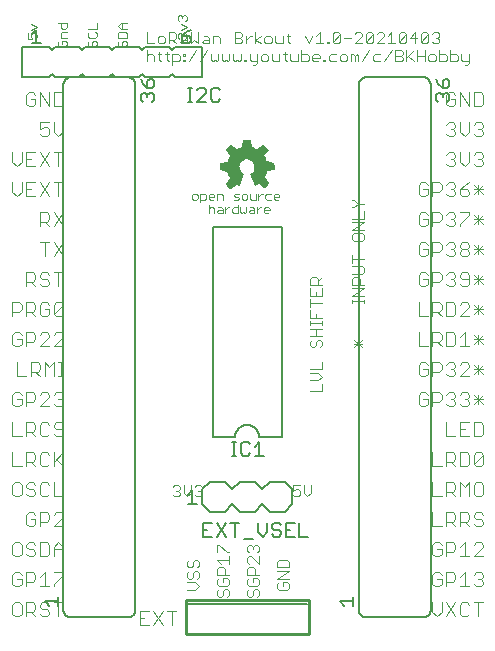
<source format=gbr>
G04 EAGLE Gerber RS-274X export*
G75*
%MOMM*%
%FSLAX34Y34*%
%LPD*%
%INSilkscreen Top*%
%IPPOS*%
%AMOC8*
5,1,8,0,0,1.08239X$1,22.5*%
G01*
%ADD10C,0.076200*%
%ADD11C,0.101600*%
%ADD12C,0.152400*%
%ADD13C,0.127000*%
%ADD14C,0.050800*%
%ADD15C,0.254000*%

G36*
X366919Y502169D02*
X366919Y502169D01*
X366972Y502168D01*
X366995Y502179D01*
X367006Y502181D01*
X367016Y502189D01*
X367046Y502203D01*
X372127Y505673D01*
X374914Y504219D01*
X374947Y504213D01*
X374977Y504197D01*
X375015Y504199D01*
X375052Y504192D01*
X375084Y504204D01*
X375117Y504206D01*
X375148Y504228D01*
X375184Y504242D01*
X375204Y504269D01*
X375231Y504289D01*
X375264Y504350D01*
X375268Y504355D01*
X375268Y504357D01*
X375270Y504360D01*
X378826Y514520D01*
X378830Y514590D01*
X378834Y514660D01*
X378834Y514661D01*
X378800Y514721D01*
X378766Y514783D01*
X378765Y514784D01*
X378763Y514785D01*
X378700Y514830D01*
X377462Y515450D01*
X376407Y516303D01*
X376248Y516501D01*
X375558Y517362D01*
X374956Y518578D01*
X374629Y519895D01*
X374591Y521252D01*
X374844Y522585D01*
X375377Y523833D01*
X376165Y524938D01*
X377171Y525849D01*
X378349Y526523D01*
X379643Y526930D01*
X380996Y527049D01*
X382304Y526889D01*
X383552Y526465D01*
X384688Y525795D01*
X385664Y524907D01*
X386437Y523840D01*
X386977Y522637D01*
X387261Y521349D01*
X387275Y520031D01*
X387021Y518737D01*
X386508Y517522D01*
X385758Y516437D01*
X384803Y515528D01*
X383661Y514819D01*
X383618Y514772D01*
X383573Y514727D01*
X383571Y514720D01*
X383566Y514715D01*
X383555Y514652D01*
X383541Y514590D01*
X383543Y514581D01*
X383542Y514576D01*
X383546Y514566D01*
X383559Y514510D01*
X387496Y504604D01*
X387507Y504590D01*
X387511Y504573D01*
X387549Y504536D01*
X387582Y504493D01*
X387599Y504487D01*
X387612Y504475D01*
X387664Y504464D01*
X387715Y504445D01*
X387732Y504449D01*
X387749Y504445D01*
X387828Y504464D01*
X389352Y505099D01*
X389362Y505107D01*
X389395Y505122D01*
X390776Y506042D01*
X395714Y502586D01*
X395767Y502568D01*
X395817Y502543D01*
X395832Y502545D01*
X395847Y502540D01*
X395901Y502553D01*
X395957Y502559D01*
X395975Y502571D01*
X395984Y502573D01*
X395993Y502582D01*
X396026Y502602D01*
X397042Y503491D01*
X397045Y503496D01*
X397054Y503503D01*
X397943Y504392D01*
X397946Y504396D01*
X397953Y504403D01*
X398969Y505546D01*
X398972Y505551D01*
X398980Y505559D01*
X399869Y506702D01*
X399887Y506746D01*
X399912Y506787D01*
X399912Y506810D01*
X399921Y506832D01*
X399912Y506880D01*
X399912Y506928D01*
X399897Y506959D01*
X399895Y506971D01*
X399888Y506979D01*
X399877Y507001D01*
X396286Y512202D01*
X397094Y513587D01*
X397097Y513600D01*
X397115Y513635D01*
X397623Y515159D01*
X397624Y515166D01*
X397629Y515178D01*
X398097Y517051D01*
X404160Y518165D01*
X404216Y518193D01*
X404274Y518218D01*
X404279Y518224D01*
X404286Y518228D01*
X404319Y518282D01*
X404354Y518334D01*
X404356Y518344D01*
X404359Y518349D01*
X404358Y518360D01*
X404367Y518414D01*
X404367Y521335D01*
X404365Y521342D01*
X404366Y521358D01*
X404239Y522755D01*
X404239Y522756D01*
X404239Y522757D01*
X404112Y524027D01*
X404093Y524075D01*
X404082Y524124D01*
X404067Y524139D01*
X404060Y524158D01*
X404018Y524188D01*
X403982Y524224D01*
X403955Y524234D01*
X403945Y524240D01*
X403934Y524241D01*
X403906Y524251D01*
X397834Y525366D01*
X397371Y526870D01*
X397366Y526879D01*
X397360Y526901D01*
X396725Y528298D01*
X396719Y528304D01*
X396713Y528321D01*
X395828Y529838D01*
X395773Y529948D01*
X399240Y534776D01*
X399257Y534825D01*
X399282Y534871D01*
X399280Y534891D01*
X399287Y534909D01*
X399275Y534960D01*
X399272Y535011D01*
X399258Y535035D01*
X399256Y535047D01*
X399247Y535055D01*
X399232Y535082D01*
X398216Y536352D01*
X398208Y536357D01*
X398197Y536373D01*
X396927Y537643D01*
X396922Y537646D01*
X396915Y537655D01*
X395899Y538544D01*
X395891Y538547D01*
X395879Y538559D01*
X394990Y539194D01*
X394948Y539209D01*
X394911Y539232D01*
X394883Y539232D01*
X394857Y539241D01*
X394814Y539231D01*
X394770Y539230D01*
X394732Y539212D01*
X394720Y539209D01*
X394714Y539203D01*
X394697Y539195D01*
X389620Y535604D01*
X388616Y536161D01*
X388609Y536163D01*
X388596Y536171D01*
X386310Y537187D01*
X386297Y537189D01*
X386262Y537203D01*
X385283Y537421D01*
X384170Y543479D01*
X384146Y543526D01*
X384130Y543576D01*
X384115Y543588D01*
X384107Y543605D01*
X384062Y543632D01*
X384021Y543666D01*
X383996Y543672D01*
X383986Y543678D01*
X383974Y543677D01*
X383942Y543685D01*
X382418Y543812D01*
X382411Y543811D01*
X382397Y543813D01*
X379476Y543813D01*
X379468Y543811D01*
X379451Y543812D01*
X378181Y543685D01*
X378132Y543665D01*
X378080Y543653D01*
X378067Y543639D01*
X378050Y543633D01*
X378019Y543590D01*
X377982Y543552D01*
X377974Y543527D01*
X377968Y543518D01*
X377967Y543506D01*
X377956Y543475D01*
X376965Y537529D01*
X375205Y536942D01*
X375201Y536939D01*
X375191Y536937D01*
X373921Y536429D01*
X373913Y536423D01*
X373889Y536414D01*
X372253Y535479D01*
X367306Y539066D01*
X367258Y539083D01*
X367213Y539108D01*
X367193Y539107D01*
X367173Y539114D01*
X367123Y539103D01*
X367073Y539100D01*
X367047Y539086D01*
X367035Y539083D01*
X367027Y539075D01*
X367002Y539061D01*
X365859Y538172D01*
X365853Y538164D01*
X365835Y538151D01*
X364565Y536881D01*
X364562Y536877D01*
X364555Y536870D01*
X363543Y535733D01*
X362914Y535103D01*
X362884Y535048D01*
X362850Y534996D01*
X362850Y534987D01*
X362846Y534980D01*
X362850Y534917D01*
X362849Y534855D01*
X362854Y534845D01*
X362854Y534839D01*
X362861Y534830D01*
X362884Y534781D01*
X366348Y529708D01*
X365670Y528577D01*
X365668Y528569D01*
X365657Y528553D01*
X364895Y526902D01*
X364893Y526890D01*
X364881Y526863D01*
X364504Y525483D01*
X364185Y524738D01*
X358099Y523744D01*
X358040Y523716D01*
X357980Y523690D01*
X357977Y523686D01*
X357972Y523683D01*
X357937Y523628D01*
X357900Y523574D01*
X357899Y523567D01*
X357897Y523564D01*
X357897Y523555D01*
X357887Y523494D01*
X357887Y517906D01*
X357905Y517843D01*
X357921Y517780D01*
X357924Y517776D01*
X357926Y517771D01*
X357975Y517727D01*
X358022Y517682D01*
X358029Y517680D01*
X358031Y517677D01*
X358040Y517676D01*
X358099Y517656D01*
X364164Y516666D01*
X364628Y515042D01*
X364628Y515041D01*
X364628Y515039D01*
X365009Y513769D01*
X365016Y513759D01*
X365026Y513729D01*
X365534Y512713D01*
X365537Y512709D01*
X365541Y512698D01*
X366347Y511317D01*
X362761Y506371D01*
X362741Y506315D01*
X362716Y506262D01*
X362718Y506250D01*
X362713Y506238D01*
X362725Y506184D01*
X362725Y506180D01*
X362727Y506175D01*
X362733Y506122D01*
X362742Y506108D01*
X362744Y506100D01*
X362753Y506091D01*
X362777Y506054D01*
X363793Y504911D01*
X363797Y504908D01*
X363803Y504900D01*
X364692Y504011D01*
X364696Y504008D01*
X364703Y504001D01*
X365846Y502985D01*
X365847Y502984D01*
X365849Y502982D01*
X366738Y502220D01*
X366787Y502198D01*
X366831Y502169D01*
X366850Y502169D01*
X366866Y502161D01*
X366919Y502169D01*
G37*
D10*
X295903Y634627D02*
X295903Y625221D01*
X302173Y625221D01*
X306826Y625221D02*
X309961Y625221D01*
X311529Y626789D01*
X311529Y629924D01*
X309961Y631492D01*
X306826Y631492D01*
X305258Y629924D01*
X305258Y626789D01*
X306826Y625221D01*
X314613Y625221D02*
X314613Y634627D01*
X319316Y634627D01*
X320884Y633059D01*
X320884Y629924D01*
X319316Y628356D01*
X314613Y628356D01*
X317748Y628356D02*
X320884Y625221D01*
X325536Y631492D02*
X328671Y631492D01*
X330239Y629924D01*
X330239Y625221D01*
X325536Y625221D01*
X323968Y626789D01*
X325536Y628356D01*
X330239Y628356D01*
X333324Y625221D02*
X333324Y634627D01*
X336459Y628356D02*
X333324Y625221D01*
X336459Y628356D02*
X339594Y625221D01*
X339594Y634627D01*
X344246Y631492D02*
X347382Y631492D01*
X348949Y629924D01*
X348949Y625221D01*
X344246Y625221D01*
X342679Y626789D01*
X344246Y628356D01*
X348949Y628356D01*
X352034Y625221D02*
X352034Y631492D01*
X356737Y631492D01*
X358305Y629924D01*
X358305Y625221D01*
X370744Y625221D02*
X370744Y634627D01*
X375447Y634627D01*
X377015Y633059D01*
X377015Y631492D01*
X375447Y629924D01*
X377015Y628356D01*
X377015Y626789D01*
X375447Y625221D01*
X370744Y625221D01*
X370744Y629924D02*
X375447Y629924D01*
X380099Y631492D02*
X380099Y625221D01*
X380099Y628356D02*
X383235Y631492D01*
X384802Y631492D01*
X387895Y634627D02*
X387895Y625221D01*
X387895Y628356D02*
X392598Y625221D01*
X387895Y628356D02*
X392598Y631492D01*
X397259Y625221D02*
X400394Y625221D01*
X401962Y626789D01*
X401962Y629924D01*
X400394Y631492D01*
X397259Y631492D01*
X395691Y629924D01*
X395691Y626789D01*
X397259Y625221D01*
X405047Y626789D02*
X405047Y631492D01*
X405047Y626789D02*
X406614Y625221D01*
X411317Y625221D01*
X411317Y631492D01*
X415969Y633059D02*
X415969Y626789D01*
X417537Y625221D01*
X417537Y631492D02*
X414402Y631492D01*
X429994Y631492D02*
X433129Y625221D01*
X436264Y631492D01*
X439349Y631492D02*
X442484Y634627D01*
X442484Y625221D01*
X439349Y625221D02*
X445620Y625221D01*
X448704Y625221D02*
X448704Y626789D01*
X450272Y626789D01*
X450272Y625221D01*
X448704Y625221D01*
X453382Y626789D02*
X453382Y633059D01*
X454949Y634627D01*
X458085Y634627D01*
X459652Y633059D01*
X459652Y626789D01*
X458085Y625221D01*
X454949Y625221D01*
X453382Y626789D01*
X459652Y633059D01*
X462737Y629924D02*
X469008Y629924D01*
X472092Y625221D02*
X478363Y625221D01*
X472092Y625221D02*
X478363Y631492D01*
X478363Y633059D01*
X476795Y634627D01*
X473660Y634627D01*
X472092Y633059D01*
X481447Y633059D02*
X481447Y626789D01*
X481447Y633059D02*
X483015Y634627D01*
X486150Y634627D01*
X487718Y633059D01*
X487718Y626789D01*
X486150Y625221D01*
X483015Y625221D01*
X481447Y626789D01*
X487718Y633059D01*
X490802Y625221D02*
X497073Y625221D01*
X490802Y625221D02*
X497073Y631492D01*
X497073Y633059D01*
X495505Y634627D01*
X492370Y634627D01*
X490802Y633059D01*
X500158Y631492D02*
X503293Y634627D01*
X503293Y625221D01*
X500158Y625221D02*
X506428Y625221D01*
X509513Y626789D02*
X509513Y633059D01*
X511080Y634627D01*
X514216Y634627D01*
X515784Y633059D01*
X515784Y626789D01*
X514216Y625221D01*
X511080Y625221D01*
X509513Y626789D01*
X515784Y633059D01*
X523571Y634627D02*
X523571Y625221D01*
X518868Y629924D02*
X523571Y634627D01*
X525139Y629924D02*
X518868Y629924D01*
X528223Y626789D02*
X528223Y633059D01*
X529791Y634627D01*
X532926Y634627D01*
X534494Y633059D01*
X534494Y626789D01*
X532926Y625221D01*
X529791Y625221D01*
X528223Y626789D01*
X534494Y633059D01*
X537578Y633059D02*
X539146Y634627D01*
X542281Y634627D01*
X543849Y633059D01*
X543849Y631492D01*
X542281Y629924D01*
X540714Y629924D01*
X542281Y629924D02*
X543849Y628356D01*
X543849Y626789D01*
X542281Y625221D01*
X539146Y625221D01*
X537578Y626789D01*
X295903Y619387D02*
X295903Y609981D01*
X295903Y614684D02*
X297470Y616252D01*
X300606Y616252D01*
X302173Y614684D01*
X302173Y609981D01*
X306826Y611549D02*
X306826Y617819D01*
X306826Y611549D02*
X308393Y609981D01*
X308393Y616252D02*
X305258Y616252D01*
X313062Y617819D02*
X313062Y611549D01*
X314630Y609981D01*
X314630Y616252D02*
X311495Y616252D01*
X317732Y616252D02*
X317732Y606846D01*
X317732Y616252D02*
X322435Y616252D01*
X324002Y614684D01*
X324002Y611549D01*
X322435Y609981D01*
X317732Y609981D01*
X327087Y616252D02*
X328654Y616252D01*
X328654Y614684D01*
X327087Y614684D01*
X327087Y616252D01*
X327087Y611549D02*
X328654Y611549D01*
X328654Y609981D01*
X327087Y609981D01*
X327087Y611549D01*
X331764Y609981D02*
X338035Y619387D01*
X347390Y619387D02*
X341119Y609981D01*
X350475Y611549D02*
X350475Y616252D01*
X350475Y611549D02*
X352042Y609981D01*
X353610Y611549D01*
X355178Y609981D01*
X356745Y611549D01*
X356745Y616252D01*
X359830Y616252D02*
X359830Y611549D01*
X361398Y609981D01*
X362965Y611549D01*
X364533Y609981D01*
X366101Y611549D01*
X366101Y616252D01*
X369185Y616252D02*
X369185Y611549D01*
X370753Y609981D01*
X372320Y611549D01*
X373888Y609981D01*
X375456Y611549D01*
X375456Y616252D01*
X378540Y611549D02*
X378540Y609981D01*
X378540Y611549D02*
X380108Y611549D01*
X380108Y609981D01*
X378540Y609981D01*
X383218Y611549D02*
X383218Y616252D01*
X383218Y611549D02*
X384785Y609981D01*
X389489Y609981D01*
X389489Y608413D02*
X389489Y616252D01*
X389489Y608413D02*
X387921Y606846D01*
X386353Y606846D01*
X394141Y609981D02*
X397276Y609981D01*
X398844Y611549D01*
X398844Y614684D01*
X397276Y616252D01*
X394141Y616252D01*
X392573Y614684D01*
X392573Y611549D01*
X394141Y609981D01*
X401928Y611549D02*
X401928Y616252D01*
X401928Y611549D02*
X403496Y609981D01*
X408199Y609981D01*
X408199Y616252D01*
X412851Y617819D02*
X412851Y611549D01*
X414419Y609981D01*
X414419Y616252D02*
X411283Y616252D01*
X417520Y616252D02*
X417520Y611549D01*
X419088Y609981D01*
X423791Y609981D01*
X423791Y616252D01*
X426875Y619387D02*
X426875Y609981D01*
X431578Y609981D01*
X433146Y611549D01*
X433146Y614684D01*
X431578Y616252D01*
X426875Y616252D01*
X437798Y609981D02*
X440934Y609981D01*
X437798Y609981D02*
X436231Y611549D01*
X436231Y614684D01*
X437798Y616252D01*
X440934Y616252D01*
X442501Y614684D01*
X442501Y613116D01*
X436231Y613116D01*
X445586Y611549D02*
X445586Y609981D01*
X445586Y611549D02*
X447153Y611549D01*
X447153Y609981D01*
X445586Y609981D01*
X451831Y616252D02*
X456534Y616252D01*
X451831Y616252D02*
X450263Y614684D01*
X450263Y611549D01*
X451831Y609981D01*
X456534Y609981D01*
X461186Y609981D02*
X464322Y609981D01*
X465889Y611549D01*
X465889Y614684D01*
X464322Y616252D01*
X461186Y616252D01*
X459619Y614684D01*
X459619Y611549D01*
X461186Y609981D01*
X468974Y609981D02*
X468974Y616252D01*
X470541Y616252D01*
X472109Y614684D01*
X472109Y609981D01*
X472109Y614684D02*
X473677Y616252D01*
X475244Y614684D01*
X475244Y609981D01*
X478329Y609981D02*
X484600Y619387D01*
X489252Y616252D02*
X493955Y616252D01*
X489252Y616252D02*
X487684Y614684D01*
X487684Y611549D01*
X489252Y609981D01*
X493955Y609981D01*
X497039Y609981D02*
X503310Y619387D01*
X506394Y619387D02*
X506394Y609981D01*
X506394Y619387D02*
X511097Y619387D01*
X512665Y617819D01*
X512665Y616252D01*
X511097Y614684D01*
X512665Y613116D01*
X512665Y611549D01*
X511097Y609981D01*
X506394Y609981D01*
X506394Y614684D02*
X511097Y614684D01*
X515750Y619387D02*
X515750Y609981D01*
X515750Y613116D02*
X522020Y619387D01*
X517317Y614684D02*
X522020Y609981D01*
X525105Y609981D02*
X525105Y619387D01*
X525105Y614684D02*
X531376Y614684D01*
X531376Y619387D02*
X531376Y609981D01*
X536028Y609981D02*
X539163Y609981D01*
X540731Y611549D01*
X540731Y614684D01*
X539163Y616252D01*
X536028Y616252D01*
X534460Y614684D01*
X534460Y611549D01*
X536028Y609981D01*
X543815Y609981D02*
X543815Y619387D01*
X543815Y609981D02*
X548518Y609981D01*
X550086Y611549D01*
X550086Y614684D01*
X548518Y616252D01*
X543815Y616252D01*
X553170Y619387D02*
X553170Y609981D01*
X557873Y609981D01*
X559441Y611549D01*
X559441Y614684D01*
X557873Y616252D01*
X553170Y616252D01*
X562526Y616252D02*
X562526Y611549D01*
X564093Y609981D01*
X568796Y609981D01*
X568796Y608413D02*
X568796Y616252D01*
X568796Y608413D02*
X567229Y606846D01*
X565661Y606846D01*
X444119Y330581D02*
X434713Y330581D01*
X444119Y330581D02*
X444119Y336852D01*
X440984Y339936D02*
X434713Y339936D01*
X440984Y339936D02*
X444119Y343072D01*
X440984Y346207D01*
X434713Y346207D01*
X434713Y349291D02*
X444119Y349291D01*
X444119Y355562D01*
X434713Y372705D02*
X436281Y374272D01*
X434713Y372705D02*
X434713Y369569D01*
X436281Y368002D01*
X437848Y368002D01*
X439416Y369569D01*
X439416Y372705D01*
X440984Y374272D01*
X442551Y374272D01*
X444119Y372705D01*
X444119Y369569D01*
X442551Y368002D01*
X444119Y377357D02*
X434713Y377357D01*
X439416Y377357D02*
X439416Y383628D01*
X434713Y383628D02*
X444119Y383628D01*
X444119Y386712D02*
X444119Y389847D01*
X444119Y388280D02*
X434713Y388280D01*
X434713Y389847D02*
X434713Y386712D01*
X434713Y392949D02*
X444119Y392949D01*
X434713Y392949D02*
X434713Y399220D01*
X439416Y396084D02*
X439416Y392949D01*
X444119Y405439D02*
X434713Y405439D01*
X434713Y402304D02*
X434713Y408575D01*
X434713Y411659D02*
X434713Y417930D01*
X434713Y411659D02*
X444119Y411659D01*
X444119Y417930D01*
X439416Y414795D02*
X439416Y411659D01*
X444119Y421014D02*
X434713Y421014D01*
X434713Y425717D01*
X436281Y427285D01*
X439416Y427285D01*
X440984Y425717D01*
X440984Y421014D01*
X440984Y424150D02*
X444119Y427285D01*
X222075Y627596D02*
X220847Y626367D01*
X220847Y623910D01*
X222075Y622681D01*
X226990Y622681D01*
X228219Y623910D01*
X228219Y626367D01*
X226990Y627596D01*
X224533Y627596D01*
X224533Y625138D01*
X223304Y630165D02*
X228219Y630165D01*
X223304Y630165D02*
X223304Y633851D01*
X224533Y635080D01*
X228219Y635080D01*
X228219Y642564D02*
X220847Y642564D01*
X228219Y642564D02*
X228219Y638878D01*
X226990Y637649D01*
X224533Y637649D01*
X223304Y638878D01*
X223304Y642564D01*
X246247Y626367D02*
X247475Y627596D01*
X246247Y626367D02*
X246247Y623910D01*
X247475Y622681D01*
X248704Y622681D01*
X249933Y623910D01*
X249933Y626367D01*
X251162Y627596D01*
X252390Y627596D01*
X253619Y626367D01*
X253619Y623910D01*
X252390Y622681D01*
X246247Y633851D02*
X247475Y635080D01*
X246247Y633851D02*
X246247Y631394D01*
X247475Y630165D01*
X252390Y630165D01*
X253619Y631394D01*
X253619Y633851D01*
X252390Y635080D01*
X253619Y637649D02*
X246247Y637649D01*
X253619Y637649D02*
X253619Y642564D01*
X271647Y626367D02*
X272875Y627596D01*
X271647Y626367D02*
X271647Y623910D01*
X272875Y622681D01*
X274104Y622681D01*
X275333Y623910D01*
X275333Y626367D01*
X276562Y627596D01*
X277790Y627596D01*
X279019Y626367D01*
X279019Y623910D01*
X277790Y622681D01*
X279019Y630165D02*
X271647Y630165D01*
X279019Y630165D02*
X279019Y633851D01*
X277790Y635080D01*
X272875Y635080D01*
X271647Y633851D01*
X271647Y630165D01*
X274104Y637649D02*
X279019Y637649D01*
X274104Y637649D02*
X271647Y640107D01*
X274104Y642564D01*
X279019Y642564D01*
X275333Y642564D02*
X275333Y637649D01*
X195447Y633946D02*
X195447Y629031D01*
X199133Y629031D01*
X197904Y631488D01*
X197904Y632717D01*
X199133Y633946D01*
X201590Y633946D01*
X202819Y632717D01*
X202819Y630260D01*
X201590Y629031D01*
X197904Y636515D02*
X202819Y638973D01*
X197904Y641430D01*
X322447Y630260D02*
X323675Y629031D01*
X322447Y630260D02*
X322447Y632717D01*
X323675Y633946D01*
X324904Y633946D01*
X326133Y632717D01*
X326133Y631488D01*
X326133Y632717D02*
X327362Y633946D01*
X328590Y633946D01*
X329819Y632717D01*
X329819Y630260D01*
X328590Y629031D01*
X324904Y636515D02*
X329819Y638973D01*
X324904Y641430D01*
X323675Y643999D02*
X322447Y645228D01*
X322447Y647685D01*
X323675Y648914D01*
X324904Y648914D01*
X326133Y647685D01*
X326133Y646457D01*
X326133Y647685D02*
X327362Y648914D01*
X328590Y648914D01*
X329819Y647685D01*
X329819Y645228D01*
X328590Y643999D01*
D11*
X201822Y581753D02*
X199873Y583702D01*
X195975Y583702D01*
X194026Y581753D01*
X194026Y573957D01*
X195975Y572008D01*
X199873Y572008D01*
X201822Y573957D01*
X201822Y577855D01*
X197924Y577855D01*
X205720Y572008D02*
X205720Y583702D01*
X213516Y572008D01*
X213516Y583702D01*
X217414Y583702D02*
X217414Y572008D01*
X223261Y572008D01*
X225210Y573957D01*
X225210Y581753D01*
X223261Y583702D01*
X217414Y583702D01*
X555473Y583702D02*
X557422Y581753D01*
X555473Y583702D02*
X551575Y583702D01*
X549626Y581753D01*
X549626Y573957D01*
X551575Y572008D01*
X555473Y572008D01*
X557422Y573957D01*
X557422Y577855D01*
X553524Y577855D01*
X561320Y572008D02*
X561320Y583702D01*
X569116Y572008D01*
X569116Y583702D01*
X573014Y583702D02*
X573014Y572008D01*
X578861Y572008D01*
X580810Y573957D01*
X580810Y581753D01*
X578861Y583702D01*
X573014Y583702D01*
X551575Y558302D02*
X549626Y556353D01*
X551575Y558302D02*
X555473Y558302D01*
X557422Y556353D01*
X557422Y554404D01*
X555473Y552455D01*
X553524Y552455D01*
X555473Y552455D02*
X557422Y550506D01*
X557422Y548557D01*
X555473Y546608D01*
X551575Y546608D01*
X549626Y548557D01*
X561320Y550506D02*
X561320Y558302D01*
X561320Y550506D02*
X565218Y546608D01*
X569116Y550506D01*
X569116Y558302D01*
X573014Y556353D02*
X574963Y558302D01*
X578861Y558302D01*
X580810Y556353D01*
X580810Y554404D01*
X578861Y552455D01*
X576912Y552455D01*
X578861Y552455D02*
X580810Y550506D01*
X580810Y548557D01*
X578861Y546608D01*
X574963Y546608D01*
X573014Y548557D01*
X551575Y532902D02*
X549626Y530953D01*
X551575Y532902D02*
X555473Y532902D01*
X557422Y530953D01*
X557422Y529004D01*
X555473Y527055D01*
X553524Y527055D01*
X555473Y527055D02*
X557422Y525106D01*
X557422Y523157D01*
X555473Y521208D01*
X551575Y521208D01*
X549626Y523157D01*
X561320Y525106D02*
X561320Y532902D01*
X561320Y525106D02*
X565218Y521208D01*
X569116Y525106D01*
X569116Y532902D01*
X573014Y530953D02*
X574963Y532902D01*
X578861Y532902D01*
X580810Y530953D01*
X580810Y529004D01*
X578861Y527055D01*
X576912Y527055D01*
X578861Y527055D02*
X580810Y525106D01*
X580810Y523157D01*
X578861Y521208D01*
X574963Y521208D01*
X573014Y523157D01*
X534034Y505553D02*
X532085Y507502D01*
X528187Y507502D01*
X526238Y505553D01*
X526238Y497757D01*
X528187Y495808D01*
X532085Y495808D01*
X534034Y497757D01*
X534034Y501655D01*
X530136Y501655D01*
X537932Y495808D02*
X537932Y507502D01*
X543779Y507502D01*
X545728Y505553D01*
X545728Y501655D01*
X543779Y499706D01*
X537932Y499706D01*
X549626Y505553D02*
X551575Y507502D01*
X555473Y507502D01*
X557422Y505553D01*
X557422Y503604D01*
X555473Y501655D01*
X553524Y501655D01*
X555473Y501655D02*
X557422Y499706D01*
X557422Y497757D01*
X555473Y495808D01*
X551575Y495808D01*
X549626Y497757D01*
X565218Y505553D02*
X569116Y507502D01*
X565218Y505553D02*
X561320Y501655D01*
X561320Y497757D01*
X563269Y495808D01*
X567167Y495808D01*
X569116Y497757D01*
X569116Y499706D01*
X567167Y501655D01*
X561320Y501655D01*
X573014Y505553D02*
X580810Y497757D01*
X573014Y497757D02*
X580810Y505553D01*
X580810Y501655D02*
X573014Y501655D01*
X576912Y497757D02*
X576912Y505553D01*
X534034Y480153D02*
X532085Y482102D01*
X528187Y482102D01*
X526238Y480153D01*
X526238Y472357D01*
X528187Y470408D01*
X532085Y470408D01*
X534034Y472357D01*
X534034Y476255D01*
X530136Y476255D01*
X537932Y470408D02*
X537932Y482102D01*
X543779Y482102D01*
X545728Y480153D01*
X545728Y476255D01*
X543779Y474306D01*
X537932Y474306D01*
X549626Y480153D02*
X551575Y482102D01*
X555473Y482102D01*
X557422Y480153D01*
X557422Y478204D01*
X555473Y476255D01*
X553524Y476255D01*
X555473Y476255D02*
X557422Y474306D01*
X557422Y472357D01*
X555473Y470408D01*
X551575Y470408D01*
X549626Y472357D01*
X561320Y482102D02*
X569116Y482102D01*
X569116Y480153D01*
X561320Y472357D01*
X561320Y470408D01*
X573014Y480153D02*
X580810Y472357D01*
X573014Y472357D02*
X580810Y480153D01*
X580810Y476255D02*
X573014Y476255D01*
X576912Y472357D02*
X576912Y480153D01*
X534034Y454753D02*
X532085Y456702D01*
X528187Y456702D01*
X526238Y454753D01*
X526238Y446957D01*
X528187Y445008D01*
X532085Y445008D01*
X534034Y446957D01*
X534034Y450855D01*
X530136Y450855D01*
X537932Y445008D02*
X537932Y456702D01*
X543779Y456702D01*
X545728Y454753D01*
X545728Y450855D01*
X543779Y448906D01*
X537932Y448906D01*
X549626Y454753D02*
X551575Y456702D01*
X555473Y456702D01*
X557422Y454753D01*
X557422Y452804D01*
X555473Y450855D01*
X553524Y450855D01*
X555473Y450855D02*
X557422Y448906D01*
X557422Y446957D01*
X555473Y445008D01*
X551575Y445008D01*
X549626Y446957D01*
X561320Y454753D02*
X563269Y456702D01*
X567167Y456702D01*
X569116Y454753D01*
X569116Y452804D01*
X567167Y450855D01*
X569116Y448906D01*
X569116Y446957D01*
X567167Y445008D01*
X563269Y445008D01*
X561320Y446957D01*
X561320Y448906D01*
X563269Y450855D01*
X561320Y452804D01*
X561320Y454753D01*
X563269Y450855D02*
X567167Y450855D01*
X573014Y454753D02*
X580810Y446957D01*
X573014Y446957D02*
X580810Y454753D01*
X580810Y450855D02*
X573014Y450855D01*
X576912Y446957D02*
X576912Y454753D01*
X534034Y429353D02*
X532085Y431302D01*
X528187Y431302D01*
X526238Y429353D01*
X526238Y421557D01*
X528187Y419608D01*
X532085Y419608D01*
X534034Y421557D01*
X534034Y425455D01*
X530136Y425455D01*
X537932Y419608D02*
X537932Y431302D01*
X543779Y431302D01*
X545728Y429353D01*
X545728Y425455D01*
X543779Y423506D01*
X537932Y423506D01*
X549626Y429353D02*
X551575Y431302D01*
X555473Y431302D01*
X557422Y429353D01*
X557422Y427404D01*
X555473Y425455D01*
X553524Y425455D01*
X555473Y425455D02*
X557422Y423506D01*
X557422Y421557D01*
X555473Y419608D01*
X551575Y419608D01*
X549626Y421557D01*
X561320Y421557D02*
X563269Y419608D01*
X567167Y419608D01*
X569116Y421557D01*
X569116Y429353D01*
X567167Y431302D01*
X563269Y431302D01*
X561320Y429353D01*
X561320Y427404D01*
X563269Y425455D01*
X569116Y425455D01*
X573014Y429353D02*
X580810Y421557D01*
X573014Y421557D02*
X580810Y429353D01*
X580810Y425455D02*
X573014Y425455D01*
X576912Y421557D02*
X576912Y429353D01*
X526238Y405902D02*
X526238Y394208D01*
X534034Y394208D01*
X537932Y394208D02*
X537932Y405902D01*
X543779Y405902D01*
X545728Y403953D01*
X545728Y400055D01*
X543779Y398106D01*
X537932Y398106D01*
X541830Y398106D02*
X545728Y394208D01*
X549626Y394208D02*
X549626Y405902D01*
X549626Y394208D02*
X555473Y394208D01*
X557422Y396157D01*
X557422Y403953D01*
X555473Y405902D01*
X549626Y405902D01*
X561320Y394208D02*
X569116Y394208D01*
X561320Y394208D02*
X569116Y402004D01*
X569116Y403953D01*
X567167Y405902D01*
X563269Y405902D01*
X561320Y403953D01*
X573014Y403953D02*
X580810Y396157D01*
X573014Y396157D02*
X580810Y403953D01*
X580810Y400055D02*
X573014Y400055D01*
X576912Y396157D02*
X576912Y403953D01*
X526238Y380502D02*
X526238Y368808D01*
X534034Y368808D01*
X537932Y368808D02*
X537932Y380502D01*
X543779Y380502D01*
X545728Y378553D01*
X545728Y374655D01*
X543779Y372706D01*
X537932Y372706D01*
X541830Y372706D02*
X545728Y368808D01*
X549626Y368808D02*
X549626Y380502D01*
X549626Y368808D02*
X555473Y368808D01*
X557422Y370757D01*
X557422Y378553D01*
X555473Y380502D01*
X549626Y380502D01*
X561320Y376604D02*
X565218Y380502D01*
X565218Y368808D01*
X561320Y368808D02*
X569116Y368808D01*
X573014Y378553D02*
X580810Y370757D01*
X573014Y370757D02*
X580810Y378553D01*
X580810Y374655D02*
X573014Y374655D01*
X576912Y370757D02*
X576912Y378553D01*
X534034Y353153D02*
X532085Y355102D01*
X528187Y355102D01*
X526238Y353153D01*
X526238Y345357D01*
X528187Y343408D01*
X532085Y343408D01*
X534034Y345357D01*
X534034Y349255D01*
X530136Y349255D01*
X537932Y343408D02*
X537932Y355102D01*
X543779Y355102D01*
X545728Y353153D01*
X545728Y349255D01*
X543779Y347306D01*
X537932Y347306D01*
X549626Y353153D02*
X551575Y355102D01*
X555473Y355102D01*
X557422Y353153D01*
X557422Y351204D01*
X555473Y349255D01*
X553524Y349255D01*
X555473Y349255D02*
X557422Y347306D01*
X557422Y345357D01*
X555473Y343408D01*
X551575Y343408D01*
X549626Y345357D01*
X561320Y343408D02*
X569116Y343408D01*
X561320Y343408D02*
X569116Y351204D01*
X569116Y353153D01*
X567167Y355102D01*
X563269Y355102D01*
X561320Y353153D01*
X573014Y353153D02*
X580810Y345357D01*
X573014Y345357D02*
X580810Y353153D01*
X580810Y349255D02*
X573014Y349255D01*
X576912Y345357D02*
X576912Y353153D01*
X534034Y327753D02*
X532085Y329702D01*
X528187Y329702D01*
X526238Y327753D01*
X526238Y319957D01*
X528187Y318008D01*
X532085Y318008D01*
X534034Y319957D01*
X534034Y323855D01*
X530136Y323855D01*
X537932Y318008D02*
X537932Y329702D01*
X543779Y329702D01*
X545728Y327753D01*
X545728Y323855D01*
X543779Y321906D01*
X537932Y321906D01*
X549626Y327753D02*
X551575Y329702D01*
X555473Y329702D01*
X557422Y327753D01*
X557422Y325804D01*
X555473Y323855D01*
X553524Y323855D01*
X555473Y323855D02*
X557422Y321906D01*
X557422Y319957D01*
X555473Y318008D01*
X551575Y318008D01*
X549626Y319957D01*
X561320Y327753D02*
X563269Y329702D01*
X567167Y329702D01*
X569116Y327753D01*
X569116Y325804D01*
X567167Y323855D01*
X565218Y323855D01*
X567167Y323855D02*
X569116Y321906D01*
X569116Y319957D01*
X567167Y318008D01*
X563269Y318008D01*
X561320Y319957D01*
X573014Y327753D02*
X580810Y319957D01*
X573014Y319957D02*
X580810Y327753D01*
X580810Y323855D02*
X573014Y323855D01*
X576912Y319957D02*
X576912Y327753D01*
X549626Y304302D02*
X549626Y292608D01*
X557422Y292608D01*
X561320Y304302D02*
X569116Y304302D01*
X561320Y304302D02*
X561320Y292608D01*
X569116Y292608D01*
X565218Y298455D02*
X561320Y298455D01*
X573014Y304302D02*
X573014Y292608D01*
X578861Y292608D01*
X580810Y294557D01*
X580810Y302353D01*
X578861Y304302D01*
X573014Y304302D01*
X537932Y278902D02*
X537932Y267208D01*
X545728Y267208D01*
X549626Y267208D02*
X549626Y278902D01*
X555473Y278902D01*
X557422Y276953D01*
X557422Y273055D01*
X555473Y271106D01*
X549626Y271106D01*
X553524Y271106D02*
X557422Y267208D01*
X561320Y267208D02*
X561320Y278902D01*
X561320Y267208D02*
X567167Y267208D01*
X569116Y269157D01*
X569116Y276953D01*
X567167Y278902D01*
X561320Y278902D01*
X573014Y276953D02*
X573014Y269157D01*
X573014Y276953D02*
X574963Y278902D01*
X578861Y278902D01*
X580810Y276953D01*
X580810Y269157D01*
X578861Y267208D01*
X574963Y267208D01*
X573014Y269157D01*
X580810Y276953D01*
X537932Y253502D02*
X537932Y241808D01*
X545728Y241808D01*
X549626Y241808D02*
X549626Y253502D01*
X555473Y253502D01*
X557422Y251553D01*
X557422Y247655D01*
X555473Y245706D01*
X549626Y245706D01*
X553524Y245706D02*
X557422Y241808D01*
X561320Y241808D02*
X561320Y253502D01*
X565218Y249604D01*
X569116Y253502D01*
X569116Y241808D01*
X574963Y253502D02*
X578861Y253502D01*
X574963Y253502D02*
X573014Y251553D01*
X573014Y243757D01*
X574963Y241808D01*
X578861Y241808D01*
X580810Y243757D01*
X580810Y251553D01*
X578861Y253502D01*
X537932Y228102D02*
X537932Y216408D01*
X545728Y216408D01*
X549626Y216408D02*
X549626Y228102D01*
X555473Y228102D01*
X557422Y226153D01*
X557422Y222255D01*
X555473Y220306D01*
X549626Y220306D01*
X553524Y220306D02*
X557422Y216408D01*
X561320Y216408D02*
X561320Y228102D01*
X567167Y228102D01*
X569116Y226153D01*
X569116Y222255D01*
X567167Y220306D01*
X561320Y220306D01*
X565218Y220306D02*
X569116Y216408D01*
X580810Y226153D02*
X578861Y228102D01*
X574963Y228102D01*
X573014Y226153D01*
X573014Y224204D01*
X574963Y222255D01*
X578861Y222255D01*
X580810Y220306D01*
X580810Y218357D01*
X578861Y216408D01*
X574963Y216408D01*
X573014Y218357D01*
X545728Y200753D02*
X543779Y202702D01*
X539881Y202702D01*
X537932Y200753D01*
X537932Y192957D01*
X539881Y191008D01*
X543779Y191008D01*
X545728Y192957D01*
X545728Y196855D01*
X541830Y196855D01*
X549626Y191008D02*
X549626Y202702D01*
X555473Y202702D01*
X557422Y200753D01*
X557422Y196855D01*
X555473Y194906D01*
X549626Y194906D01*
X561320Y198804D02*
X565218Y202702D01*
X565218Y191008D01*
X561320Y191008D02*
X569116Y191008D01*
X573014Y191008D02*
X580810Y191008D01*
X573014Y191008D02*
X580810Y198804D01*
X580810Y200753D01*
X578861Y202702D01*
X574963Y202702D01*
X573014Y200753D01*
X545728Y175353D02*
X543779Y177302D01*
X539881Y177302D01*
X537932Y175353D01*
X537932Y167557D01*
X539881Y165608D01*
X543779Y165608D01*
X545728Y167557D01*
X545728Y171455D01*
X541830Y171455D01*
X549626Y165608D02*
X549626Y177302D01*
X555473Y177302D01*
X557422Y175353D01*
X557422Y171455D01*
X555473Y169506D01*
X549626Y169506D01*
X561320Y173404D02*
X565218Y177302D01*
X565218Y165608D01*
X561320Y165608D02*
X569116Y165608D01*
X573014Y175353D02*
X574963Y177302D01*
X578861Y177302D01*
X580810Y175353D01*
X580810Y173404D01*
X578861Y171455D01*
X576912Y171455D01*
X578861Y171455D02*
X580810Y169506D01*
X580810Y167557D01*
X578861Y165608D01*
X574963Y165608D01*
X573014Y167557D01*
X537932Y151902D02*
X537932Y144106D01*
X541830Y140208D01*
X545728Y144106D01*
X545728Y151902D01*
X549626Y151902D02*
X557422Y140208D01*
X549626Y140208D02*
X557422Y151902D01*
X567167Y151902D02*
X569116Y149953D01*
X567167Y151902D02*
X563269Y151902D01*
X561320Y149953D01*
X561320Y142157D01*
X563269Y140208D01*
X567167Y140208D01*
X569116Y142157D01*
X576912Y140208D02*
X576912Y151902D01*
X573014Y151902D02*
X580810Y151902D01*
X213516Y558302D02*
X205720Y558302D01*
X205720Y552455D01*
X209618Y554404D01*
X211567Y554404D01*
X213516Y552455D01*
X213516Y548557D01*
X211567Y546608D01*
X207669Y546608D01*
X205720Y548557D01*
X217414Y550506D02*
X217414Y558302D01*
X217414Y550506D02*
X221312Y546608D01*
X225210Y550506D01*
X225210Y558302D01*
X182332Y532902D02*
X182332Y525106D01*
X186230Y521208D01*
X190128Y525106D01*
X190128Y532902D01*
X194026Y532902D02*
X201822Y532902D01*
X194026Y532902D02*
X194026Y521208D01*
X201822Y521208D01*
X197924Y527055D02*
X194026Y527055D01*
X205720Y532902D02*
X213516Y521208D01*
X205720Y521208D02*
X213516Y532902D01*
X221312Y532902D02*
X221312Y521208D01*
X217414Y532902D02*
X225210Y532902D01*
X182332Y507502D02*
X182332Y499706D01*
X186230Y495808D01*
X190128Y499706D01*
X190128Y507502D01*
X194026Y507502D02*
X201822Y507502D01*
X194026Y507502D02*
X194026Y495808D01*
X201822Y495808D01*
X197924Y501655D02*
X194026Y501655D01*
X205720Y507502D02*
X213516Y495808D01*
X205720Y495808D02*
X213516Y507502D01*
X221312Y507502D02*
X221312Y495808D01*
X217414Y507502D02*
X225210Y507502D01*
X205720Y482102D02*
X205720Y470408D01*
X205720Y482102D02*
X211567Y482102D01*
X213516Y480153D01*
X213516Y476255D01*
X211567Y474306D01*
X205720Y474306D01*
X209618Y474306D02*
X213516Y470408D01*
X225210Y470408D02*
X217414Y482102D01*
X225210Y482102D02*
X217414Y470408D01*
X209618Y456702D02*
X209618Y445008D01*
X205720Y456702D02*
X213516Y456702D01*
X217414Y456702D02*
X225210Y445008D01*
X217414Y445008D02*
X225210Y456702D01*
X194026Y431302D02*
X194026Y419608D01*
X194026Y431302D02*
X199873Y431302D01*
X201822Y429353D01*
X201822Y425455D01*
X199873Y423506D01*
X194026Y423506D01*
X197924Y423506D02*
X201822Y419608D01*
X213516Y429353D02*
X211567Y431302D01*
X207669Y431302D01*
X205720Y429353D01*
X205720Y427404D01*
X207669Y425455D01*
X211567Y425455D01*
X213516Y423506D01*
X213516Y421557D01*
X211567Y419608D01*
X207669Y419608D01*
X205720Y421557D01*
X221312Y419608D02*
X221312Y431302D01*
X217414Y431302D02*
X225210Y431302D01*
X182332Y405902D02*
X182332Y394208D01*
X182332Y405902D02*
X188179Y405902D01*
X190128Y403953D01*
X190128Y400055D01*
X188179Y398106D01*
X182332Y398106D01*
X194026Y394208D02*
X194026Y405902D01*
X199873Y405902D01*
X201822Y403953D01*
X201822Y400055D01*
X199873Y398106D01*
X194026Y398106D01*
X197924Y398106D02*
X201822Y394208D01*
X213516Y403953D02*
X211567Y405902D01*
X207669Y405902D01*
X205720Y403953D01*
X205720Y396157D01*
X207669Y394208D01*
X211567Y394208D01*
X213516Y396157D01*
X213516Y400055D01*
X209618Y400055D01*
X217414Y396157D02*
X217414Y403953D01*
X219363Y405902D01*
X223261Y405902D01*
X225210Y403953D01*
X225210Y396157D01*
X223261Y394208D01*
X219363Y394208D01*
X217414Y396157D01*
X225210Y403953D01*
X190128Y378553D02*
X188179Y380502D01*
X184281Y380502D01*
X182332Y378553D01*
X182332Y370757D01*
X184281Y368808D01*
X188179Y368808D01*
X190128Y370757D01*
X190128Y374655D01*
X186230Y374655D01*
X194026Y368808D02*
X194026Y380502D01*
X199873Y380502D01*
X201822Y378553D01*
X201822Y374655D01*
X199873Y372706D01*
X194026Y372706D01*
X205720Y368808D02*
X213516Y368808D01*
X205720Y368808D02*
X213516Y376604D01*
X213516Y378553D01*
X211567Y380502D01*
X207669Y380502D01*
X205720Y378553D01*
X217414Y368808D02*
X225210Y368808D01*
X217414Y368808D02*
X225210Y376604D01*
X225210Y378553D01*
X223261Y380502D01*
X219363Y380502D01*
X217414Y378553D01*
X186230Y355102D02*
X186230Y343408D01*
X194026Y343408D01*
X197924Y343408D02*
X197924Y355102D01*
X203771Y355102D01*
X205720Y353153D01*
X205720Y349255D01*
X203771Y347306D01*
X197924Y347306D01*
X201822Y347306D02*
X205720Y343408D01*
X209618Y343408D02*
X209618Y355102D01*
X213516Y351204D01*
X217414Y355102D01*
X217414Y343408D01*
X221312Y343408D02*
X225210Y343408D01*
X223261Y343408D02*
X223261Y355102D01*
X221312Y355102D02*
X225210Y355102D01*
X190128Y327753D02*
X188179Y329702D01*
X184281Y329702D01*
X182332Y327753D01*
X182332Y319957D01*
X184281Y318008D01*
X188179Y318008D01*
X190128Y319957D01*
X190128Y323855D01*
X186230Y323855D01*
X194026Y318008D02*
X194026Y329702D01*
X199873Y329702D01*
X201822Y327753D01*
X201822Y323855D01*
X199873Y321906D01*
X194026Y321906D01*
X205720Y318008D02*
X213516Y318008D01*
X205720Y318008D02*
X213516Y325804D01*
X213516Y327753D01*
X211567Y329702D01*
X207669Y329702D01*
X205720Y327753D01*
X217414Y327753D02*
X219363Y329702D01*
X223261Y329702D01*
X225210Y327753D01*
X225210Y325804D01*
X223261Y323855D01*
X221312Y323855D01*
X223261Y323855D02*
X225210Y321906D01*
X225210Y319957D01*
X223261Y318008D01*
X219363Y318008D01*
X217414Y319957D01*
X182332Y304302D02*
X182332Y292608D01*
X190128Y292608D01*
X194026Y292608D02*
X194026Y304302D01*
X199873Y304302D01*
X201822Y302353D01*
X201822Y298455D01*
X199873Y296506D01*
X194026Y296506D01*
X197924Y296506D02*
X201822Y292608D01*
X213516Y302353D02*
X211567Y304302D01*
X207669Y304302D01*
X205720Y302353D01*
X205720Y294557D01*
X207669Y292608D01*
X211567Y292608D01*
X213516Y294557D01*
X223261Y304302D02*
X225210Y302353D01*
X223261Y304302D02*
X219363Y304302D01*
X217414Y302353D01*
X217414Y300404D01*
X219363Y298455D01*
X223261Y298455D01*
X225210Y296506D01*
X225210Y294557D01*
X223261Y292608D01*
X219363Y292608D01*
X217414Y294557D01*
X182332Y278902D02*
X182332Y267208D01*
X190128Y267208D01*
X194026Y267208D02*
X194026Y278902D01*
X199873Y278902D01*
X201822Y276953D01*
X201822Y273055D01*
X199873Y271106D01*
X194026Y271106D01*
X197924Y271106D02*
X201822Y267208D01*
X213516Y276953D02*
X211567Y278902D01*
X207669Y278902D01*
X205720Y276953D01*
X205720Y269157D01*
X207669Y267208D01*
X211567Y267208D01*
X213516Y269157D01*
X217414Y267208D02*
X217414Y278902D01*
X217414Y271106D02*
X225210Y278902D01*
X219363Y273055D02*
X225210Y267208D01*
X188179Y253502D02*
X184281Y253502D01*
X182332Y251553D01*
X182332Y243757D01*
X184281Y241808D01*
X188179Y241808D01*
X190128Y243757D01*
X190128Y251553D01*
X188179Y253502D01*
X199873Y253502D02*
X201822Y251553D01*
X199873Y253502D02*
X195975Y253502D01*
X194026Y251553D01*
X194026Y249604D01*
X195975Y247655D01*
X199873Y247655D01*
X201822Y245706D01*
X201822Y243757D01*
X199873Y241808D01*
X195975Y241808D01*
X194026Y243757D01*
X211567Y253502D02*
X213516Y251553D01*
X211567Y253502D02*
X207669Y253502D01*
X205720Y251553D01*
X205720Y243757D01*
X207669Y241808D01*
X211567Y241808D01*
X213516Y243757D01*
X217414Y241808D02*
X217414Y253502D01*
X217414Y241808D02*
X225210Y241808D01*
X201822Y226153D02*
X199873Y228102D01*
X195975Y228102D01*
X194026Y226153D01*
X194026Y218357D01*
X195975Y216408D01*
X199873Y216408D01*
X201822Y218357D01*
X201822Y222255D01*
X197924Y222255D01*
X205720Y216408D02*
X205720Y228102D01*
X211567Y228102D01*
X213516Y226153D01*
X213516Y222255D01*
X211567Y220306D01*
X205720Y220306D01*
X217414Y216408D02*
X225210Y216408D01*
X217414Y216408D02*
X225210Y224204D01*
X225210Y226153D01*
X223261Y228102D01*
X219363Y228102D01*
X217414Y226153D01*
X188179Y202702D02*
X184281Y202702D01*
X182332Y200753D01*
X182332Y192957D01*
X184281Y191008D01*
X188179Y191008D01*
X190128Y192957D01*
X190128Y200753D01*
X188179Y202702D01*
X199873Y202702D02*
X201822Y200753D01*
X199873Y202702D02*
X195975Y202702D01*
X194026Y200753D01*
X194026Y198804D01*
X195975Y196855D01*
X199873Y196855D01*
X201822Y194906D01*
X201822Y192957D01*
X199873Y191008D01*
X195975Y191008D01*
X194026Y192957D01*
X205720Y191008D02*
X205720Y202702D01*
X205720Y191008D02*
X211567Y191008D01*
X213516Y192957D01*
X213516Y200753D01*
X211567Y202702D01*
X205720Y202702D01*
X217414Y198804D02*
X217414Y191008D01*
X217414Y198804D02*
X221312Y202702D01*
X225210Y198804D01*
X225210Y191008D01*
X225210Y196855D02*
X217414Y196855D01*
X190128Y175353D02*
X188179Y177302D01*
X184281Y177302D01*
X182332Y175353D01*
X182332Y167557D01*
X184281Y165608D01*
X188179Y165608D01*
X190128Y167557D01*
X190128Y171455D01*
X186230Y171455D01*
X194026Y165608D02*
X194026Y177302D01*
X199873Y177302D01*
X201822Y175353D01*
X201822Y171455D01*
X199873Y169506D01*
X194026Y169506D01*
X205720Y173404D02*
X209618Y177302D01*
X209618Y165608D01*
X205720Y165608D02*
X213516Y165608D01*
X217414Y177302D02*
X225210Y177302D01*
X225210Y175353D01*
X217414Y167557D01*
X217414Y165608D01*
X188179Y151902D02*
X184281Y151902D01*
X182332Y149953D01*
X182332Y142157D01*
X184281Y140208D01*
X188179Y140208D01*
X190128Y142157D01*
X190128Y149953D01*
X188179Y151902D01*
X194026Y151902D02*
X194026Y140208D01*
X194026Y151902D02*
X199873Y151902D01*
X201822Y149953D01*
X201822Y146055D01*
X199873Y144106D01*
X194026Y144106D01*
X197924Y144106D02*
X201822Y140208D01*
X213516Y149953D02*
X211567Y151902D01*
X207669Y151902D01*
X205720Y149953D01*
X205720Y148004D01*
X207669Y146055D01*
X211567Y146055D01*
X213516Y144106D01*
X213516Y142157D01*
X211567Y140208D01*
X207669Y140208D01*
X205720Y142157D01*
X221312Y140208D02*
X221312Y151902D01*
X217414Y151902D02*
X225210Y151902D01*
D10*
X330573Y162815D02*
X336844Y162815D01*
X339979Y165951D01*
X336844Y169086D01*
X330573Y169086D01*
X330573Y176874D02*
X332141Y178441D01*
X330573Y176874D02*
X330573Y173738D01*
X332141Y172171D01*
X333708Y172171D01*
X335276Y173738D01*
X335276Y176874D01*
X336844Y178441D01*
X338411Y178441D01*
X339979Y176874D01*
X339979Y173738D01*
X338411Y172171D01*
X330573Y186229D02*
X332141Y187797D01*
X330573Y186229D02*
X330573Y183093D01*
X332141Y181526D01*
X333708Y181526D01*
X335276Y183093D01*
X335276Y186229D01*
X336844Y187797D01*
X338411Y187797D01*
X339979Y186229D01*
X339979Y183093D01*
X338411Y181526D01*
X357541Y163076D02*
X355973Y161508D01*
X355973Y158373D01*
X357541Y156805D01*
X359108Y156805D01*
X360676Y158373D01*
X360676Y161508D01*
X362244Y163076D01*
X363811Y163076D01*
X365379Y161508D01*
X365379Y158373D01*
X363811Y156805D01*
X355973Y170863D02*
X357541Y172431D01*
X355973Y170863D02*
X355973Y167728D01*
X357541Y166160D01*
X363811Y166160D01*
X365379Y167728D01*
X365379Y170863D01*
X363811Y172431D01*
X360676Y172431D01*
X360676Y169296D01*
X365379Y175515D02*
X355973Y175515D01*
X355973Y180218D01*
X357541Y181786D01*
X360676Y181786D01*
X362244Y180218D01*
X362244Y175515D01*
X359108Y184871D02*
X355973Y188006D01*
X365379Y188006D01*
X365379Y184871D02*
X365379Y191141D01*
X355973Y194226D02*
X355973Y200496D01*
X357541Y200496D01*
X363811Y194226D01*
X365379Y194226D01*
X382941Y163076D02*
X381373Y161508D01*
X381373Y158373D01*
X382941Y156805D01*
X384508Y156805D01*
X386076Y158373D01*
X386076Y161508D01*
X387644Y163076D01*
X389211Y163076D01*
X390779Y161508D01*
X390779Y158373D01*
X389211Y156805D01*
X381373Y170863D02*
X382941Y172431D01*
X381373Y170863D02*
X381373Y167728D01*
X382941Y166160D01*
X389211Y166160D01*
X390779Y167728D01*
X390779Y170863D01*
X389211Y172431D01*
X386076Y172431D01*
X386076Y169296D01*
X390779Y175515D02*
X381373Y175515D01*
X381373Y180218D01*
X382941Y181786D01*
X386076Y181786D01*
X387644Y180218D01*
X387644Y175515D01*
X390779Y184871D02*
X390779Y191141D01*
X390779Y184871D02*
X384508Y191141D01*
X382941Y191141D01*
X381373Y189574D01*
X381373Y186438D01*
X382941Y184871D01*
X382941Y194226D02*
X381373Y195793D01*
X381373Y198929D01*
X382941Y200496D01*
X384508Y200496D01*
X386076Y198929D01*
X386076Y197361D01*
X386076Y198929D02*
X387644Y200496D01*
X389211Y200496D01*
X390779Y198929D01*
X390779Y195793D01*
X389211Y194226D01*
X408341Y169086D02*
X406773Y167518D01*
X406773Y164383D01*
X408341Y162815D01*
X414611Y162815D01*
X416179Y164383D01*
X416179Y167518D01*
X414611Y169086D01*
X411476Y169086D01*
X411476Y165951D01*
X416179Y172171D02*
X406773Y172171D01*
X416179Y178441D01*
X406773Y178441D01*
X406773Y181526D02*
X416179Y181526D01*
X416179Y186229D01*
X414611Y187797D01*
X408341Y187797D01*
X406773Y186229D01*
X406773Y181526D01*
X319449Y251087D02*
X317881Y249519D01*
X319449Y251087D02*
X322584Y251087D01*
X324152Y249519D01*
X324152Y247952D01*
X322584Y246384D01*
X321016Y246384D01*
X322584Y246384D02*
X324152Y244816D01*
X324152Y243249D01*
X322584Y241681D01*
X319449Y241681D01*
X317881Y243249D01*
X327236Y244816D02*
X327236Y251087D01*
X327236Y244816D02*
X330372Y241681D01*
X333507Y244816D01*
X333507Y251087D01*
X336591Y249519D02*
X338159Y251087D01*
X341294Y251087D01*
X342862Y249519D01*
X342862Y247952D01*
X341294Y246384D01*
X339727Y246384D01*
X341294Y246384D02*
X342862Y244816D01*
X342862Y243249D01*
X341294Y241681D01*
X338159Y241681D01*
X336591Y243249D01*
X419481Y251087D02*
X425752Y251087D01*
X419481Y251087D02*
X419481Y246384D01*
X422616Y247952D01*
X424184Y247952D01*
X425752Y246384D01*
X425752Y243249D01*
X424184Y241681D01*
X421049Y241681D01*
X419481Y243249D01*
X428836Y244816D02*
X428836Y251087D01*
X428836Y244816D02*
X431972Y241681D01*
X435107Y244816D01*
X435107Y251087D01*
X471841Y367827D02*
X478111Y374097D01*
X478111Y367827D02*
X471841Y374097D01*
X474976Y374097D02*
X474976Y367827D01*
X478111Y370962D02*
X471841Y370962D01*
X474976Y386537D02*
X474976Y392808D01*
X479679Y405247D02*
X479679Y408383D01*
X479679Y406815D02*
X470273Y406815D01*
X470273Y405247D02*
X470273Y408383D01*
X470273Y411484D02*
X479679Y411484D01*
X479679Y417755D02*
X470273Y411484D01*
X470273Y417755D02*
X479679Y417755D01*
X479679Y420839D02*
X470273Y420839D01*
X470273Y425542D01*
X471841Y427110D01*
X474976Y427110D01*
X476544Y425542D01*
X476544Y420839D01*
X478111Y430195D02*
X470273Y430195D01*
X478111Y430195D02*
X479679Y431762D01*
X479679Y434898D01*
X478111Y436465D01*
X470273Y436465D01*
X470273Y442685D02*
X479679Y442685D01*
X470273Y439550D02*
X470273Y445820D01*
X470273Y459828D02*
X470273Y462963D01*
X470273Y459828D02*
X471841Y458260D01*
X478111Y458260D01*
X479679Y459828D01*
X479679Y462963D01*
X478111Y464531D01*
X471841Y464531D01*
X470273Y462963D01*
X470273Y467615D02*
X479679Y467615D01*
X479679Y473886D02*
X470273Y467615D01*
X470273Y473886D02*
X479679Y473886D01*
X479679Y476971D02*
X470273Y476971D01*
X479679Y476971D02*
X479679Y483241D01*
X471841Y486326D02*
X470273Y486326D01*
X471841Y486326D02*
X474976Y489461D01*
X471841Y492596D01*
X470273Y492596D01*
X474976Y489461D02*
X479679Y489461D01*
D12*
X481870Y139500D02*
X530130Y139500D01*
X481870Y139500D02*
X481712Y139502D01*
X481553Y139508D01*
X481395Y139518D01*
X481238Y139532D01*
X481080Y139549D01*
X480924Y139571D01*
X480767Y139596D01*
X480612Y139626D01*
X480457Y139659D01*
X480303Y139696D01*
X480150Y139737D01*
X479998Y139782D01*
X479848Y139831D01*
X479698Y139883D01*
X479550Y139939D01*
X479403Y139999D01*
X479258Y140062D01*
X479115Y140129D01*
X478973Y140199D01*
X478833Y140273D01*
X478695Y140351D01*
X478559Y140432D01*
X478425Y140516D01*
X478293Y140603D01*
X478163Y140694D01*
X478036Y140788D01*
X477911Y140885D01*
X477788Y140986D01*
X477668Y141089D01*
X477551Y141195D01*
X477436Y141304D01*
X477324Y141416D01*
X477215Y141531D01*
X477109Y141648D01*
X477006Y141768D01*
X476905Y141891D01*
X476808Y142016D01*
X476714Y142143D01*
X476623Y142273D01*
X476536Y142405D01*
X476452Y142539D01*
X476371Y142675D01*
X476293Y142813D01*
X476219Y142953D01*
X476149Y143095D01*
X476082Y143238D01*
X476019Y143383D01*
X475959Y143530D01*
X475903Y143678D01*
X475851Y143828D01*
X475802Y143978D01*
X475757Y144130D01*
X475716Y144283D01*
X475679Y144437D01*
X475646Y144592D01*
X475616Y144747D01*
X475591Y144904D01*
X475569Y145060D01*
X475552Y145218D01*
X475538Y145375D01*
X475528Y145533D01*
X475522Y145692D01*
X475520Y145850D01*
X530130Y139500D02*
X530288Y139502D01*
X530447Y139508D01*
X530605Y139518D01*
X530762Y139532D01*
X530920Y139549D01*
X531076Y139571D01*
X531233Y139596D01*
X531388Y139626D01*
X531543Y139659D01*
X531697Y139696D01*
X531850Y139737D01*
X532002Y139782D01*
X532152Y139831D01*
X532302Y139883D01*
X532450Y139939D01*
X532597Y139999D01*
X532742Y140062D01*
X532885Y140129D01*
X533027Y140199D01*
X533167Y140273D01*
X533305Y140351D01*
X533441Y140432D01*
X533575Y140516D01*
X533707Y140603D01*
X533837Y140694D01*
X533964Y140788D01*
X534089Y140885D01*
X534212Y140986D01*
X534332Y141089D01*
X534449Y141195D01*
X534564Y141304D01*
X534676Y141416D01*
X534785Y141531D01*
X534891Y141648D01*
X534994Y141768D01*
X535095Y141891D01*
X535192Y142016D01*
X535286Y142143D01*
X535377Y142273D01*
X535464Y142405D01*
X535548Y142539D01*
X535629Y142675D01*
X535707Y142813D01*
X535781Y142953D01*
X535851Y143095D01*
X535918Y143238D01*
X535981Y143383D01*
X536041Y143530D01*
X536097Y143678D01*
X536149Y143828D01*
X536198Y143978D01*
X536243Y144130D01*
X536284Y144283D01*
X536321Y144437D01*
X536354Y144592D01*
X536384Y144747D01*
X536409Y144904D01*
X536431Y145060D01*
X536448Y145218D01*
X536462Y145375D01*
X536472Y145533D01*
X536478Y145692D01*
X536480Y145850D01*
X475520Y145850D02*
X475520Y590350D01*
X481870Y596700D02*
X530130Y596700D01*
X536480Y590350D02*
X536480Y145850D01*
X475520Y590350D02*
X475522Y590508D01*
X475528Y590667D01*
X475538Y590825D01*
X475552Y590982D01*
X475569Y591140D01*
X475591Y591296D01*
X475616Y591453D01*
X475646Y591608D01*
X475679Y591763D01*
X475716Y591917D01*
X475757Y592070D01*
X475802Y592222D01*
X475851Y592372D01*
X475903Y592522D01*
X475959Y592670D01*
X476019Y592817D01*
X476082Y592962D01*
X476149Y593105D01*
X476219Y593247D01*
X476293Y593387D01*
X476371Y593525D01*
X476452Y593661D01*
X476536Y593795D01*
X476623Y593927D01*
X476714Y594057D01*
X476808Y594184D01*
X476905Y594309D01*
X477006Y594432D01*
X477109Y594552D01*
X477215Y594669D01*
X477324Y594784D01*
X477436Y594896D01*
X477551Y595005D01*
X477668Y595111D01*
X477788Y595214D01*
X477911Y595315D01*
X478036Y595412D01*
X478163Y595506D01*
X478293Y595597D01*
X478425Y595684D01*
X478559Y595768D01*
X478695Y595849D01*
X478833Y595927D01*
X478973Y596001D01*
X479115Y596071D01*
X479258Y596138D01*
X479403Y596201D01*
X479550Y596261D01*
X479698Y596317D01*
X479848Y596369D01*
X479998Y596418D01*
X480150Y596463D01*
X480303Y596504D01*
X480457Y596541D01*
X480612Y596574D01*
X480767Y596604D01*
X480924Y596629D01*
X481080Y596651D01*
X481238Y596668D01*
X481395Y596682D01*
X481553Y596692D01*
X481712Y596698D01*
X481870Y596700D01*
X530130Y596700D02*
X530288Y596698D01*
X530447Y596692D01*
X530605Y596682D01*
X530762Y596668D01*
X530920Y596651D01*
X531076Y596629D01*
X531233Y596604D01*
X531388Y596574D01*
X531543Y596541D01*
X531697Y596504D01*
X531850Y596463D01*
X532002Y596418D01*
X532152Y596369D01*
X532302Y596317D01*
X532450Y596261D01*
X532597Y596201D01*
X532742Y596138D01*
X532885Y596071D01*
X533027Y596001D01*
X533167Y595927D01*
X533305Y595849D01*
X533441Y595768D01*
X533575Y595684D01*
X533707Y595597D01*
X533837Y595506D01*
X533964Y595412D01*
X534089Y595315D01*
X534212Y595214D01*
X534332Y595111D01*
X534449Y595005D01*
X534564Y594896D01*
X534676Y594784D01*
X534785Y594669D01*
X534891Y594552D01*
X534994Y594432D01*
X535095Y594309D01*
X535192Y594184D01*
X535286Y594057D01*
X535377Y593927D01*
X535464Y593795D01*
X535548Y593661D01*
X535629Y593525D01*
X535707Y593387D01*
X535781Y593247D01*
X535851Y593105D01*
X535918Y592962D01*
X535981Y592817D01*
X536041Y592670D01*
X536097Y592522D01*
X536149Y592372D01*
X536198Y592222D01*
X536243Y592070D01*
X536284Y591917D01*
X536321Y591763D01*
X536354Y591608D01*
X536384Y591453D01*
X536409Y591296D01*
X536431Y591140D01*
X536448Y590982D01*
X536462Y590825D01*
X536472Y590667D01*
X536478Y590508D01*
X536480Y590350D01*
D13*
X459635Y152838D02*
X463449Y149025D01*
X459635Y152838D02*
X471075Y152838D01*
X471075Y149025D02*
X471075Y156652D01*
X542822Y575745D02*
X540915Y577652D01*
X540915Y581465D01*
X542822Y583372D01*
X544729Y583372D01*
X546635Y581465D01*
X546635Y579558D01*
X546635Y581465D02*
X548542Y583372D01*
X550448Y583372D01*
X552355Y581465D01*
X552355Y577652D01*
X550448Y575745D01*
X542822Y591252D02*
X540915Y595065D01*
X542822Y591252D02*
X546635Y587439D01*
X550448Y587439D01*
X552355Y589346D01*
X552355Y593159D01*
X550448Y595065D01*
X548542Y595065D01*
X546635Y593159D01*
X546635Y587439D01*
D12*
X280130Y139500D02*
X231870Y139500D01*
X231712Y139502D01*
X231553Y139508D01*
X231395Y139518D01*
X231238Y139532D01*
X231080Y139549D01*
X230924Y139571D01*
X230767Y139596D01*
X230612Y139626D01*
X230457Y139659D01*
X230303Y139696D01*
X230150Y139737D01*
X229998Y139782D01*
X229848Y139831D01*
X229698Y139883D01*
X229550Y139939D01*
X229403Y139999D01*
X229258Y140062D01*
X229115Y140129D01*
X228973Y140199D01*
X228833Y140273D01*
X228695Y140351D01*
X228559Y140432D01*
X228425Y140516D01*
X228293Y140603D01*
X228163Y140694D01*
X228036Y140788D01*
X227911Y140885D01*
X227788Y140986D01*
X227668Y141089D01*
X227551Y141195D01*
X227436Y141304D01*
X227324Y141416D01*
X227215Y141531D01*
X227109Y141648D01*
X227006Y141768D01*
X226905Y141891D01*
X226808Y142016D01*
X226714Y142143D01*
X226623Y142273D01*
X226536Y142405D01*
X226452Y142539D01*
X226371Y142675D01*
X226293Y142813D01*
X226219Y142953D01*
X226149Y143095D01*
X226082Y143238D01*
X226019Y143383D01*
X225959Y143530D01*
X225903Y143678D01*
X225851Y143828D01*
X225802Y143978D01*
X225757Y144130D01*
X225716Y144283D01*
X225679Y144437D01*
X225646Y144592D01*
X225616Y144747D01*
X225591Y144904D01*
X225569Y145060D01*
X225552Y145218D01*
X225538Y145375D01*
X225528Y145533D01*
X225522Y145692D01*
X225520Y145850D01*
X280130Y139500D02*
X280288Y139502D01*
X280447Y139508D01*
X280605Y139518D01*
X280762Y139532D01*
X280920Y139549D01*
X281076Y139571D01*
X281233Y139596D01*
X281388Y139626D01*
X281543Y139659D01*
X281697Y139696D01*
X281850Y139737D01*
X282002Y139782D01*
X282152Y139831D01*
X282302Y139883D01*
X282450Y139939D01*
X282597Y139999D01*
X282742Y140062D01*
X282885Y140129D01*
X283027Y140199D01*
X283167Y140273D01*
X283305Y140351D01*
X283441Y140432D01*
X283575Y140516D01*
X283707Y140603D01*
X283837Y140694D01*
X283964Y140788D01*
X284089Y140885D01*
X284212Y140986D01*
X284332Y141089D01*
X284449Y141195D01*
X284564Y141304D01*
X284676Y141416D01*
X284785Y141531D01*
X284891Y141648D01*
X284994Y141768D01*
X285095Y141891D01*
X285192Y142016D01*
X285286Y142143D01*
X285377Y142273D01*
X285464Y142405D01*
X285548Y142539D01*
X285629Y142675D01*
X285707Y142813D01*
X285781Y142953D01*
X285851Y143095D01*
X285918Y143238D01*
X285981Y143383D01*
X286041Y143530D01*
X286097Y143678D01*
X286149Y143828D01*
X286198Y143978D01*
X286243Y144130D01*
X286284Y144283D01*
X286321Y144437D01*
X286354Y144592D01*
X286384Y144747D01*
X286409Y144904D01*
X286431Y145060D01*
X286448Y145218D01*
X286462Y145375D01*
X286472Y145533D01*
X286478Y145692D01*
X286480Y145850D01*
X225520Y145850D02*
X225520Y590350D01*
X231870Y596700D02*
X280130Y596700D01*
X286480Y590350D02*
X286480Y145850D01*
X225520Y590350D02*
X225522Y590508D01*
X225528Y590667D01*
X225538Y590825D01*
X225552Y590982D01*
X225569Y591140D01*
X225591Y591296D01*
X225616Y591453D01*
X225646Y591608D01*
X225679Y591763D01*
X225716Y591917D01*
X225757Y592070D01*
X225802Y592222D01*
X225851Y592372D01*
X225903Y592522D01*
X225959Y592670D01*
X226019Y592817D01*
X226082Y592962D01*
X226149Y593105D01*
X226219Y593247D01*
X226293Y593387D01*
X226371Y593525D01*
X226452Y593661D01*
X226536Y593795D01*
X226623Y593927D01*
X226714Y594057D01*
X226808Y594184D01*
X226905Y594309D01*
X227006Y594432D01*
X227109Y594552D01*
X227215Y594669D01*
X227324Y594784D01*
X227436Y594896D01*
X227551Y595005D01*
X227668Y595111D01*
X227788Y595214D01*
X227911Y595315D01*
X228036Y595412D01*
X228163Y595506D01*
X228293Y595597D01*
X228425Y595684D01*
X228559Y595768D01*
X228695Y595849D01*
X228833Y595927D01*
X228973Y596001D01*
X229115Y596071D01*
X229258Y596138D01*
X229403Y596201D01*
X229550Y596261D01*
X229698Y596317D01*
X229848Y596369D01*
X229998Y596418D01*
X230150Y596463D01*
X230303Y596504D01*
X230457Y596541D01*
X230612Y596574D01*
X230767Y596604D01*
X230924Y596629D01*
X231080Y596651D01*
X231238Y596668D01*
X231395Y596682D01*
X231553Y596692D01*
X231712Y596698D01*
X231870Y596700D01*
X280130Y596700D02*
X280288Y596698D01*
X280447Y596692D01*
X280605Y596682D01*
X280762Y596668D01*
X280920Y596651D01*
X281076Y596629D01*
X281233Y596604D01*
X281388Y596574D01*
X281543Y596541D01*
X281697Y596504D01*
X281850Y596463D01*
X282002Y596418D01*
X282152Y596369D01*
X282302Y596317D01*
X282450Y596261D01*
X282597Y596201D01*
X282742Y596138D01*
X282885Y596071D01*
X283027Y596001D01*
X283167Y595927D01*
X283305Y595849D01*
X283441Y595768D01*
X283575Y595684D01*
X283707Y595597D01*
X283837Y595506D01*
X283964Y595412D01*
X284089Y595315D01*
X284212Y595214D01*
X284332Y595111D01*
X284449Y595005D01*
X284564Y594896D01*
X284676Y594784D01*
X284785Y594669D01*
X284891Y594552D01*
X284994Y594432D01*
X285095Y594309D01*
X285192Y594184D01*
X285286Y594057D01*
X285377Y593927D01*
X285464Y593795D01*
X285548Y593661D01*
X285629Y593525D01*
X285707Y593387D01*
X285781Y593247D01*
X285851Y593105D01*
X285918Y592962D01*
X285981Y592817D01*
X286041Y592670D01*
X286097Y592522D01*
X286149Y592372D01*
X286198Y592222D01*
X286243Y592070D01*
X286284Y591917D01*
X286321Y591763D01*
X286354Y591608D01*
X286384Y591453D01*
X286409Y591296D01*
X286431Y591140D01*
X286448Y590982D01*
X286462Y590825D01*
X286472Y590667D01*
X286478Y590508D01*
X286480Y590350D01*
D13*
X209635Y152838D02*
X213449Y149025D01*
X209635Y152838D02*
X221075Y152838D01*
X221075Y149025D02*
X221075Y156652D01*
X292822Y575745D02*
X290915Y577652D01*
X290915Y581465D01*
X292822Y583372D01*
X294729Y583372D01*
X296635Y581465D01*
X296635Y579558D01*
X296635Y581465D02*
X298542Y583372D01*
X300448Y583372D01*
X302355Y581465D01*
X302355Y577652D01*
X300448Y575745D01*
X292822Y591252D02*
X290915Y595065D01*
X292822Y591252D02*
X296635Y587439D01*
X300448Y587439D01*
X302355Y589346D01*
X302355Y593159D01*
X300448Y595065D01*
X298542Y595065D01*
X296635Y593159D01*
X296635Y587439D01*
D12*
X190500Y596900D02*
X190500Y622300D01*
X190500Y596900D02*
X213360Y596900D01*
X215900Y599440D01*
X218440Y596900D01*
X238760Y596900D01*
X241300Y599440D01*
X243840Y596900D01*
X264160Y596900D01*
X266700Y599440D01*
X269240Y596900D01*
X289560Y596900D01*
X292100Y599440D01*
X294640Y596900D01*
X314960Y596900D01*
X320040Y596900D02*
X342900Y596900D01*
X342900Y622300D01*
X320040Y622300D01*
X314960Y622300D02*
X294640Y622300D01*
X292100Y619760D01*
X289560Y622300D01*
X269240Y622300D01*
X266700Y619760D01*
X264160Y622300D01*
X243840Y622300D01*
X241300Y619760D01*
X238760Y622300D01*
X218440Y622300D01*
X215900Y619760D01*
X213360Y622300D01*
X190500Y622300D01*
X317500Y619760D02*
X320040Y622300D01*
X317500Y619760D02*
X314960Y622300D01*
X317500Y599440D02*
X320040Y596900D01*
X317500Y599440D02*
X314960Y596900D01*
D13*
X202568Y636915D02*
X198755Y633102D01*
X202568Y636915D02*
X202568Y625475D01*
X198755Y625475D02*
X206382Y625475D01*
X329568Y635008D02*
X333382Y636915D01*
X329568Y635008D02*
X325755Y631195D01*
X325755Y627382D01*
X327662Y625475D01*
X331475Y625475D01*
X333382Y627382D01*
X333382Y629288D01*
X331475Y631195D01*
X325755Y631195D01*
X330835Y575945D02*
X334648Y575945D01*
X332742Y575945D02*
X332742Y587385D01*
X334648Y587385D02*
X330835Y587385D01*
X338631Y575945D02*
X346257Y575945D01*
X338631Y575945D02*
X346257Y583572D01*
X346257Y585478D01*
X344351Y587385D01*
X340538Y587385D01*
X338631Y585478D01*
X356045Y587385D02*
X357951Y585478D01*
X356045Y587385D02*
X352232Y587385D01*
X350325Y585478D01*
X350325Y577852D01*
X352232Y575945D01*
X356045Y575945D01*
X357951Y577852D01*
D12*
X351790Y469900D02*
X351790Y292100D01*
X410210Y292100D02*
X410210Y469900D01*
X351790Y469900D01*
X351790Y292100D02*
X370840Y292100D01*
X391160Y292100D02*
X410210Y292100D01*
X391160Y292100D02*
X391157Y292347D01*
X391148Y292595D01*
X391133Y292842D01*
X391112Y293088D01*
X391085Y293334D01*
X391052Y293579D01*
X391013Y293824D01*
X390968Y294067D01*
X390917Y294309D01*
X390860Y294550D01*
X390798Y294789D01*
X390729Y295027D01*
X390655Y295263D01*
X390575Y295497D01*
X390490Y295729D01*
X390398Y295959D01*
X390302Y296187D01*
X390199Y296412D01*
X390092Y296635D01*
X389978Y296855D01*
X389860Y297072D01*
X389736Y297287D01*
X389607Y297498D01*
X389473Y297706D01*
X389334Y297911D01*
X389190Y298112D01*
X389042Y298310D01*
X388888Y298504D01*
X388730Y298694D01*
X388567Y298880D01*
X388400Y299062D01*
X388228Y299240D01*
X388052Y299414D01*
X387872Y299584D01*
X387687Y299749D01*
X387499Y299909D01*
X387307Y300065D01*
X387111Y300217D01*
X386912Y300363D01*
X386709Y300505D01*
X386502Y300641D01*
X386293Y300773D01*
X386080Y300899D01*
X385864Y301020D01*
X385646Y301136D01*
X385424Y301246D01*
X385200Y301351D01*
X384974Y301451D01*
X384745Y301545D01*
X384514Y301633D01*
X384280Y301716D01*
X384045Y301793D01*
X383808Y301864D01*
X383570Y301930D01*
X383330Y301989D01*
X383088Y302043D01*
X382845Y302091D01*
X382602Y302133D01*
X382357Y302169D01*
X382111Y302199D01*
X381865Y302223D01*
X381618Y302241D01*
X381371Y302253D01*
X381124Y302259D01*
X380876Y302259D01*
X380629Y302253D01*
X380382Y302241D01*
X380135Y302223D01*
X379889Y302199D01*
X379643Y302169D01*
X379398Y302133D01*
X379155Y302091D01*
X378912Y302043D01*
X378670Y301989D01*
X378430Y301930D01*
X378192Y301864D01*
X377955Y301793D01*
X377720Y301716D01*
X377486Y301633D01*
X377255Y301545D01*
X377026Y301451D01*
X376800Y301351D01*
X376576Y301246D01*
X376354Y301136D01*
X376136Y301020D01*
X375920Y300899D01*
X375707Y300773D01*
X375498Y300641D01*
X375291Y300505D01*
X375088Y300363D01*
X374889Y300217D01*
X374693Y300065D01*
X374501Y299909D01*
X374313Y299749D01*
X374128Y299584D01*
X373948Y299414D01*
X373772Y299240D01*
X373600Y299062D01*
X373433Y298880D01*
X373270Y298694D01*
X373112Y298504D01*
X372958Y298310D01*
X372810Y298112D01*
X372666Y297911D01*
X372527Y297706D01*
X372393Y297498D01*
X372264Y297287D01*
X372140Y297072D01*
X372022Y296855D01*
X371908Y296635D01*
X371801Y296412D01*
X371698Y296187D01*
X371602Y295959D01*
X371510Y295729D01*
X371425Y295497D01*
X371345Y295263D01*
X371271Y295027D01*
X371202Y294789D01*
X371140Y294550D01*
X371083Y294309D01*
X371032Y294067D01*
X370987Y293824D01*
X370948Y293579D01*
X370915Y293334D01*
X370888Y293088D01*
X370867Y292842D01*
X370852Y292595D01*
X370843Y292347D01*
X370840Y292100D01*
D13*
X372044Y276225D02*
X368231Y276225D01*
X370138Y276225D02*
X370138Y287665D01*
X372044Y287665D02*
X368231Y287665D01*
X381747Y287665D02*
X383654Y285758D01*
X381747Y287665D02*
X377934Y287665D01*
X376027Y285758D01*
X376027Y278132D01*
X377934Y276225D01*
X381747Y276225D01*
X383654Y278132D01*
X387721Y283852D02*
X391534Y287665D01*
X391534Y276225D01*
X387721Y276225D02*
X395347Y276225D01*
D14*
X338012Y493014D02*
X335639Y493014D01*
X338012Y493014D02*
X339198Y494200D01*
X339198Y496573D01*
X338012Y497759D01*
X335639Y497759D01*
X334453Y496573D01*
X334453Y494200D01*
X335639Y493014D01*
X341469Y490641D02*
X341469Y497759D01*
X345028Y497759D01*
X346215Y496573D01*
X346215Y494200D01*
X345028Y493014D01*
X341469Y493014D01*
X349672Y493014D02*
X352045Y493014D01*
X349672Y493014D02*
X348486Y494200D01*
X348486Y496573D01*
X349672Y497759D01*
X352045Y497759D01*
X353231Y496573D01*
X353231Y495387D01*
X348486Y495387D01*
X355502Y493014D02*
X355502Y497759D01*
X359061Y497759D01*
X360248Y496573D01*
X360248Y493014D01*
X369535Y493014D02*
X373094Y493014D01*
X374280Y494200D01*
X373094Y495387D01*
X370721Y495387D01*
X369535Y496573D01*
X370721Y497759D01*
X374280Y497759D01*
X377738Y493014D02*
X380110Y493014D01*
X381297Y494200D01*
X381297Y496573D01*
X380110Y497759D01*
X377738Y497759D01*
X376551Y496573D01*
X376551Y494200D01*
X377738Y493014D01*
X383568Y494200D02*
X383568Y497759D01*
X383568Y494200D02*
X384754Y493014D01*
X388313Y493014D01*
X388313Y497759D01*
X390584Y497759D02*
X390584Y493014D01*
X390584Y495387D02*
X392957Y497759D01*
X394143Y497759D01*
X397617Y497759D02*
X401176Y497759D01*
X397617Y497759D02*
X396431Y496573D01*
X396431Y494200D01*
X397617Y493014D01*
X401176Y493014D01*
X404634Y493014D02*
X407006Y493014D01*
X404634Y493014D02*
X403447Y494200D01*
X403447Y496573D01*
X404634Y497759D01*
X407006Y497759D01*
X408193Y496573D01*
X408193Y495387D01*
X403447Y495387D01*
X348486Y488702D02*
X348486Y481584D01*
X348486Y485143D02*
X349672Y486329D01*
X352045Y486329D01*
X353231Y485143D01*
X353231Y481584D01*
X356689Y486329D02*
X359061Y486329D01*
X360248Y485143D01*
X360248Y481584D01*
X356689Y481584D01*
X355502Y482770D01*
X356689Y483957D01*
X360248Y483957D01*
X362519Y486329D02*
X362519Y481584D01*
X362519Y483957D02*
X364891Y486329D01*
X366078Y486329D01*
X373111Y488702D02*
X373111Y481584D01*
X369552Y481584D01*
X368366Y482770D01*
X368366Y485143D01*
X369552Y486329D01*
X373111Y486329D01*
X375382Y486329D02*
X375382Y482770D01*
X376568Y481584D01*
X377755Y482770D01*
X378941Y481584D01*
X380127Y482770D01*
X380127Y486329D01*
X383585Y486329D02*
X385957Y486329D01*
X387144Y485143D01*
X387144Y481584D01*
X383585Y481584D01*
X382398Y482770D01*
X383585Y483957D01*
X387144Y483957D01*
X389415Y486329D02*
X389415Y481584D01*
X389415Y483957D02*
X391787Y486329D01*
X392974Y486329D01*
X396448Y481584D02*
X398821Y481584D01*
X396448Y481584D02*
X395262Y482770D01*
X395262Y485143D01*
X396448Y486329D01*
X398821Y486329D01*
X400007Y485143D01*
X400007Y483957D01*
X395262Y483957D01*
D12*
X361950Y254000D02*
X349250Y254000D01*
X361950Y254000D02*
X368300Y247650D01*
X368300Y234950D02*
X361950Y228600D01*
X368300Y247650D02*
X374650Y254000D01*
X387350Y254000D01*
X393700Y247650D01*
X393700Y234950D02*
X387350Y228600D01*
X374650Y228600D01*
X368300Y234950D01*
X342900Y234950D02*
X342900Y247650D01*
X349250Y254000D01*
X342900Y234950D02*
X349250Y228600D01*
X361950Y228600D01*
X393700Y247650D02*
X400050Y254000D01*
X412750Y254000D01*
X419100Y247650D01*
X419100Y234950D02*
X412750Y228600D01*
X400050Y228600D01*
X393700Y234950D01*
X419100Y234950D02*
X419100Y247650D01*
D13*
X334648Y247025D02*
X330835Y243212D01*
X334648Y247025D02*
X334648Y235585D01*
X330835Y235585D02*
X338462Y235585D01*
X343535Y219085D02*
X351162Y219085D01*
X343535Y219085D02*
X343535Y207645D01*
X351162Y207645D01*
X347348Y213365D02*
X343535Y213365D01*
X355229Y219085D02*
X362855Y207645D01*
X355229Y207645D02*
X362855Y219085D01*
X370736Y219085D02*
X370736Y207645D01*
X366923Y219085D02*
X374549Y219085D01*
X378617Y205738D02*
X386243Y205738D01*
X390311Y211458D02*
X390311Y219085D01*
X390311Y211458D02*
X394124Y207645D01*
X397937Y211458D01*
X397937Y219085D01*
X407725Y219085D02*
X409631Y217178D01*
X407725Y219085D02*
X403911Y219085D01*
X402005Y217178D01*
X402005Y215272D01*
X403911Y213365D01*
X407725Y213365D01*
X409631Y211458D01*
X409631Y209552D01*
X407725Y207645D01*
X403911Y207645D01*
X402005Y209552D01*
X413699Y219085D02*
X421325Y219085D01*
X413699Y219085D02*
X413699Y207645D01*
X421325Y207645D01*
X417512Y213365D02*
X413699Y213365D01*
X425393Y219085D02*
X425393Y207645D01*
X433019Y207645D01*
D15*
X433100Y125200D02*
X328900Y125200D01*
X433100Y125200D02*
X433100Y154200D01*
X328900Y154200D01*
X328900Y125200D01*
D12*
X330000Y150700D02*
X432000Y150700D01*
D11*
X297864Y144282D02*
X290068Y144282D01*
X290068Y132588D01*
X297864Y132588D01*
X293966Y138435D02*
X290068Y138435D01*
X301762Y144282D02*
X309558Y132588D01*
X301762Y132588D02*
X309558Y144282D01*
X317354Y144282D02*
X317354Y132588D01*
X313456Y144282D02*
X321252Y144282D01*
M02*

</source>
